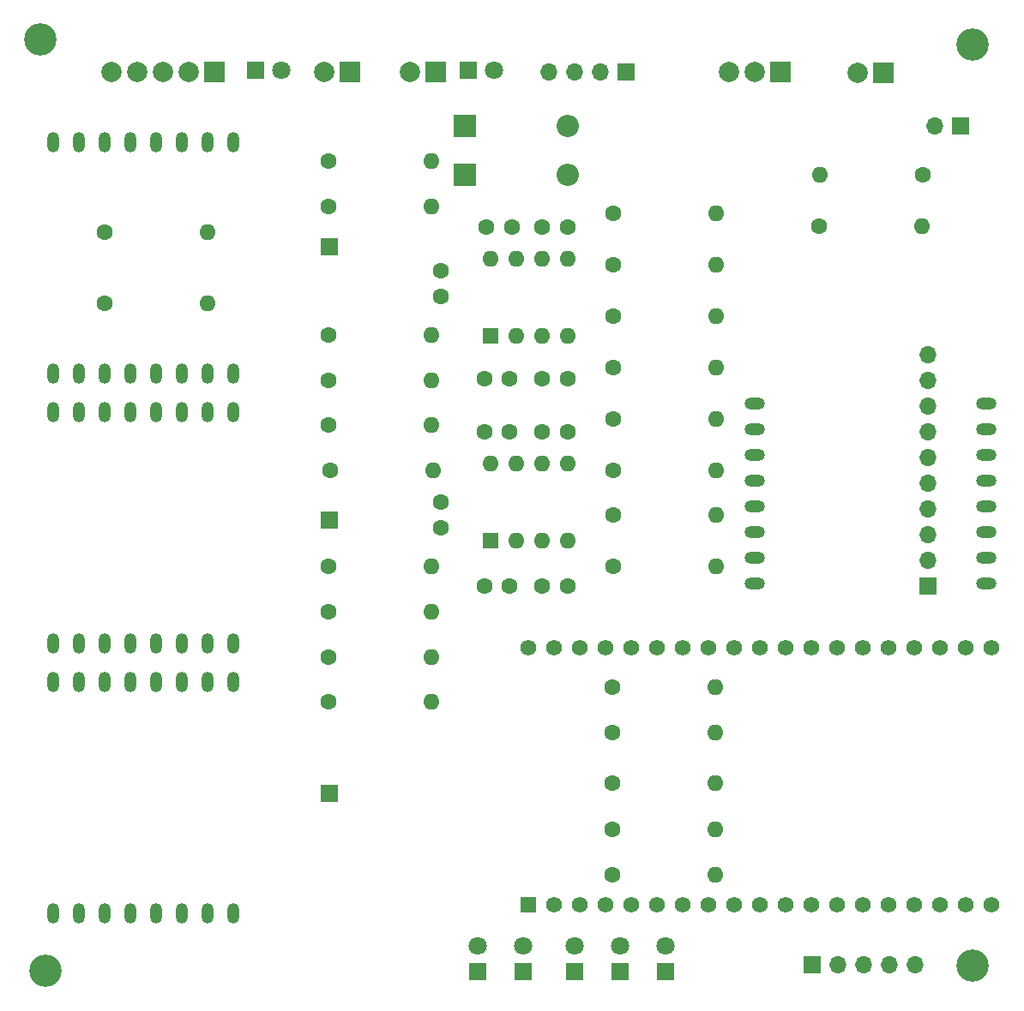
<source format=gbr>
%TF.GenerationSoftware,KiCad,Pcbnew,9.0.6*%
%TF.CreationDate,2026-01-19T17:07:07+01:00*%
%TF.ProjectId,Adapterboard,41646170-7465-4726-926f-6172642e6b69,3.0.1*%
%TF.SameCoordinates,Original*%
%TF.FileFunction,Soldermask,Top*%
%TF.FilePolarity,Negative*%
%FSLAX46Y46*%
G04 Gerber Fmt 4.6, Leading zero omitted, Abs format (unit mm)*
G04 Created by KiCad (PCBNEW 9.0.6) date 2026-01-19 17:07:07*
%MOMM*%
%LPD*%
G01*
G04 APERTURE LIST*
%ADD10C,1.600000*%
%ADD11O,1.600000X1.600000*%
%ADD12R,1.700000X1.700000*%
%ADD13O,1.200000X2.000000*%
%ADD14C,3.200000*%
%ADD15R,2.000000X2.000000*%
%ADD16C,2.000000*%
%ADD17R,1.600000X1.600000*%
%ADD18R,1.800000X1.800000*%
%ADD19C,1.800000*%
%ADD20O,1.700000X1.700000*%
%ADD21R,1.560000X1.560000*%
%ADD22C,1.560000*%
%ADD23R,2.200000X2.200000*%
%ADD24O,2.200000X2.200000*%
%ADD25O,2.000000X1.200000*%
G04 APERTURE END LIST*
D10*
%TO.C,R306*%
X110490000Y-100965000D03*
D11*
X120650000Y-100965000D03*
%TD*%
D10*
%TO.C,R201*%
X82420000Y-92075000D03*
D11*
X92580000Y-92075000D03*
%TD*%
D12*
%TO.C,J104*%
X82500000Y-128500000D03*
%TD*%
D10*
%TO.C,R305*%
X110490000Y-86360000D03*
D11*
X120650000Y-86360000D03*
%TD*%
D10*
%TO.C,R206*%
X82420000Y-110500000D03*
D11*
X92580000Y-110500000D03*
%TD*%
D13*
%TO.C,U104*%
X73025000Y-90805000D03*
X70485000Y-90805000D03*
X67945000Y-90805000D03*
X65405000Y-90805000D03*
X62865000Y-90805000D03*
X60325000Y-90805000D03*
X57785000Y-90805000D03*
X55245000Y-90805000D03*
X55245000Y-113665000D03*
X57785000Y-113665000D03*
X60325000Y-113665000D03*
X62865000Y-113665000D03*
X65405000Y-113665000D03*
X67945000Y-113665000D03*
X70485000Y-113665000D03*
X73025000Y-113665000D03*
%TD*%
D14*
%TO.C,H104*%
X146000000Y-145500000D03*
%TD*%
D15*
%TO.C,J106*%
X84500000Y-57150000D03*
D16*
X81960000Y-57150000D03*
%TD*%
D10*
%TO.C,R207*%
X82420000Y-106045000D03*
D11*
X92580000Y-106045000D03*
%TD*%
D17*
%TO.C,U201*%
X98435000Y-103495000D03*
D11*
X100975000Y-103495000D03*
X103515000Y-103495000D03*
X106055000Y-103495000D03*
X106055000Y-95875000D03*
X103515000Y-95875000D03*
X100975000Y-95875000D03*
X98435000Y-95875000D03*
%TD*%
D10*
%TO.C,R301*%
X110490000Y-81280000D03*
D11*
X120650000Y-81280000D03*
%TD*%
D10*
%TO.C,R202*%
X110490000Y-106045000D03*
D11*
X120650000Y-106045000D03*
%TD*%
D18*
%TO.C,D105*%
X106680000Y-146050000D03*
D19*
X106680000Y-143510000D03*
%TD*%
D10*
%TO.C,R124*%
X130810000Y-72390000D03*
D11*
X140970000Y-72390000D03*
%TD*%
D10*
%TO.C,C301*%
X93500000Y-76855000D03*
X93500000Y-79355000D03*
%TD*%
%TO.C,R126*%
X82420000Y-70500000D03*
D11*
X92580000Y-70500000D03*
%TD*%
D13*
%TO.C,U102*%
X73025000Y-64135000D03*
X70485000Y-64135000D03*
X67945000Y-64135000D03*
X65405000Y-64135000D03*
X62865000Y-64135000D03*
X60325000Y-64135000D03*
X57785000Y-64135000D03*
X55245000Y-64135000D03*
X55245000Y-86995000D03*
X57785000Y-86995000D03*
X60325000Y-86995000D03*
X62865000Y-86995000D03*
X65405000Y-86995000D03*
X67945000Y-86995000D03*
X70485000Y-86995000D03*
X73025000Y-86995000D03*
%TD*%
D18*
%TO.C,D103*%
X97180000Y-146090000D03*
D19*
X97180000Y-143550000D03*
%TD*%
D10*
%TO.C,R204*%
X82420000Y-115000000D03*
D11*
X92580000Y-115000000D03*
%TD*%
D17*
%TO.C,U301*%
X98435000Y-83300000D03*
D11*
X100975000Y-83300000D03*
X103515000Y-83300000D03*
X106055000Y-83300000D03*
X106055000Y-75680000D03*
X103515000Y-75680000D03*
X100975000Y-75680000D03*
X98435000Y-75680000D03*
%TD*%
D10*
%TO.C,C204*%
X97810000Y-107950000D03*
X100310000Y-107950000D03*
%TD*%
%TO.C,C203*%
X106025000Y-92710000D03*
X103525000Y-92710000D03*
%TD*%
D13*
%TO.C,U106*%
X73025000Y-117475000D03*
X70485000Y-117475000D03*
X67945000Y-117475000D03*
X65405000Y-117475000D03*
X62865000Y-117475000D03*
X60325000Y-117475000D03*
X57785000Y-117475000D03*
X55245000Y-117475000D03*
X55245000Y-140335000D03*
X57785000Y-140335000D03*
X60325000Y-140335000D03*
X62865000Y-140335000D03*
X65405000Y-140335000D03*
X67945000Y-140335000D03*
X70485000Y-140335000D03*
X73025000Y-140335000D03*
%TD*%
D10*
%TO.C,C202*%
X106025000Y-107950000D03*
X103525000Y-107950000D03*
%TD*%
D12*
%TO.C,J101*%
X82500000Y-74500000D03*
%TD*%
D18*
%TO.C,D101*%
X115680000Y-146090000D03*
D19*
X115680000Y-143550000D03*
%TD*%
D10*
%TO.C,C201*%
X97810000Y-92710000D03*
X100310000Y-92710000D03*
%TD*%
%TO.C,C303*%
X106025000Y-87500000D03*
X103525000Y-87500000D03*
%TD*%
D14*
%TO.C,H101*%
X54000000Y-54000000D03*
%TD*%
D12*
%TO.C,J102*%
X82500000Y-101500000D03*
%TD*%
D18*
%TO.C,D102*%
X111180000Y-146090000D03*
D19*
X111180000Y-143550000D03*
%TD*%
D10*
%TO.C,C302*%
X98000000Y-72500000D03*
X100500000Y-72500000D03*
%TD*%
%TO.C,R309*%
X60325000Y-73025000D03*
D11*
X70485000Y-73025000D03*
%TD*%
D10*
%TO.C,R127*%
X82420000Y-66000000D03*
D11*
X92580000Y-66000000D03*
%TD*%
D15*
%TO.C,J108*%
X127045000Y-57150000D03*
D16*
X124505000Y-57150000D03*
X121965000Y-57150000D03*
%TD*%
D10*
%TO.C,R114*%
X110420000Y-132000000D03*
D11*
X120580000Y-132000000D03*
%TD*%
D10*
%TO.C,R125*%
X141080000Y-67310000D03*
D11*
X130920000Y-67310000D03*
%TD*%
D10*
%TO.C,R111*%
X110420000Y-118000000D03*
D11*
X120580000Y-118000000D03*
%TD*%
D10*
%TO.C,R203*%
X82420000Y-87630000D03*
D11*
X92580000Y-87630000D03*
%TD*%
D12*
%TO.C,U101*%
X141605000Y-107945000D03*
D20*
X141605000Y-105405000D03*
X141605000Y-102865000D03*
X141605000Y-100325000D03*
X141605000Y-97785000D03*
X141605000Y-95245000D03*
X141605000Y-92705000D03*
X141605000Y-90165000D03*
X141605000Y-87625000D03*
X141605000Y-85085000D03*
%TD*%
D10*
%TO.C,R209*%
X82420000Y-83185000D03*
D11*
X92580000Y-83185000D03*
%TD*%
D10*
%TO.C,R112*%
X110420000Y-122500000D03*
D11*
X120580000Y-122500000D03*
%TD*%
D10*
%TO.C,R115*%
X110420000Y-127500000D03*
D11*
X120580000Y-127500000D03*
%TD*%
D21*
%TO.C,U103*%
X102160000Y-139500000D03*
D22*
X104700000Y-139500000D03*
X107240000Y-139500000D03*
X109780000Y-139500000D03*
X112320000Y-139500000D03*
X114860000Y-139500000D03*
X117400000Y-139500000D03*
X119940000Y-139500000D03*
X122480000Y-139500000D03*
X125020000Y-139500000D03*
X127560000Y-139500000D03*
X130100000Y-139500000D03*
X132640000Y-139500000D03*
X135180000Y-139500000D03*
X137720000Y-139500000D03*
X140260000Y-139500000D03*
X142800000Y-139500000D03*
X145340000Y-139500000D03*
X147880000Y-139500000D03*
X102160000Y-114100000D03*
X104700000Y-114100000D03*
X107240000Y-114100000D03*
X109780000Y-114100000D03*
X112320000Y-114100000D03*
X114860000Y-114100000D03*
X117400000Y-114100000D03*
X119940000Y-114100000D03*
X122480000Y-114100000D03*
X125020000Y-114100000D03*
X127560000Y-114100000D03*
X130100000Y-114100000D03*
X132640000Y-114100000D03*
X135180000Y-114100000D03*
X137720000Y-114100000D03*
X140260000Y-114100000D03*
X142800000Y-114100000D03*
X145340000Y-114100000D03*
X147880000Y-114100000D03*
%TD*%
D18*
%TO.C,D109*%
X96230000Y-57000000D03*
D19*
X98770000Y-57000000D03*
%TD*%
D10*
%TO.C,C305*%
X103525000Y-72500000D03*
X106025000Y-72500000D03*
%TD*%
%TO.C,R307*%
X110490000Y-71120000D03*
D11*
X120650000Y-71120000D03*
%TD*%
D23*
%TO.C,D107*%
X95885000Y-62500000D03*
D24*
X106045000Y-62500000D03*
%TD*%
D10*
%TO.C,R303*%
X110490000Y-96520000D03*
D11*
X120650000Y-96520000D03*
%TD*%
D10*
%TO.C,C304*%
X97810000Y-87500000D03*
X100310000Y-87500000D03*
%TD*%
D18*
%TO.C,D104*%
X101680000Y-146050000D03*
D19*
X101680000Y-143510000D03*
%TD*%
D10*
%TO.C,R302*%
X110490000Y-76200000D03*
D11*
X120650000Y-76200000D03*
%TD*%
D12*
%TO.C,J110*%
X144780000Y-62500000D03*
D20*
X142240000Y-62500000D03*
%TD*%
D15*
%TO.C,J109*%
X71120000Y-57150000D03*
D16*
X68580000Y-57150000D03*
X66040000Y-57150000D03*
X63500000Y-57150000D03*
X60960000Y-57150000D03*
%TD*%
D18*
%TO.C,D110*%
X75230000Y-57000000D03*
D19*
X77770000Y-57000000D03*
%TD*%
D10*
%TO.C,C205*%
X93500000Y-99715000D03*
X93500000Y-102215000D03*
%TD*%
D23*
%TO.C,D108*%
X95885000Y-67310000D03*
D24*
X106045000Y-67310000D03*
%TD*%
D10*
%TO.C,R113*%
X110420000Y-136500000D03*
D11*
X120580000Y-136500000D03*
%TD*%
D14*
%TO.C,H102*%
X146000000Y-54500000D03*
%TD*%
D10*
%TO.C,R304*%
X110490000Y-91440000D03*
D11*
X120650000Y-91440000D03*
%TD*%
D10*
%TO.C,R308*%
X60325000Y-80010000D03*
D11*
X70485000Y-80010000D03*
%TD*%
D12*
%TO.C,J111*%
X111800000Y-57150000D03*
D20*
X109260000Y-57150000D03*
X106720000Y-57150000D03*
X104180000Y-57150000D03*
%TD*%
D10*
%TO.C,R205*%
X82420000Y-119380000D03*
D11*
X92580000Y-119380000D03*
%TD*%
D15*
%TO.C,J107*%
X93000000Y-57150000D03*
D16*
X90460000Y-57150000D03*
%TD*%
D10*
%TO.C,R208*%
X82550000Y-96520000D03*
D11*
X92710000Y-96520000D03*
%TD*%
D12*
%TO.C,J103*%
X130175000Y-145415000D03*
D20*
X132715000Y-145415000D03*
X135255000Y-145415000D03*
X137795000Y-145415000D03*
X140335000Y-145415000D03*
%TD*%
D15*
%TO.C,J105*%
X137165000Y-57300000D03*
D16*
X134625000Y-57300000D03*
%TD*%
D14*
%TO.C,H103*%
X54500000Y-146000000D03*
%TD*%
D25*
%TO.C,U107*%
X124460000Y-89930000D03*
X124460000Y-92470000D03*
X124460000Y-95010000D03*
X124460000Y-97550000D03*
X124460000Y-100090000D03*
X124460000Y-102630000D03*
X124460000Y-105170000D03*
X124460000Y-107710000D03*
X147320000Y-107710000D03*
X147320000Y-105170000D03*
X147320000Y-102630000D03*
X147320000Y-100090000D03*
X147320000Y-97550000D03*
X147320000Y-95010000D03*
X147320000Y-92470000D03*
X147320000Y-89930000D03*
%TD*%
M02*

</source>
